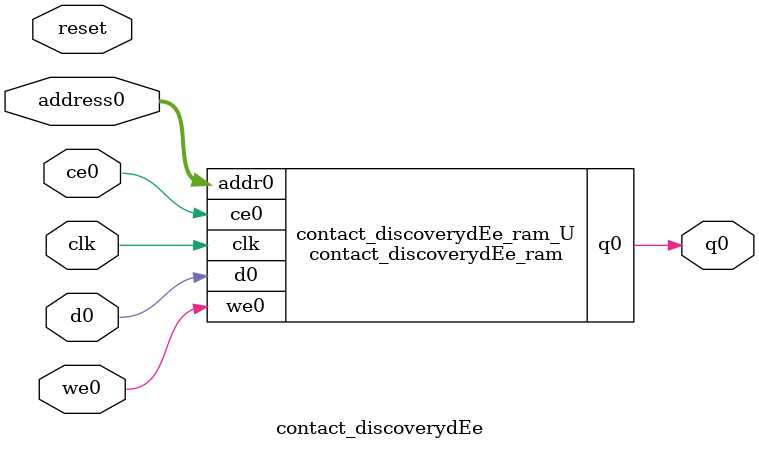
<source format=v>

`timescale 1 ns / 1 ps
module contact_discoverydEe_ram (addr0, ce0, d0, we0, q0,  clk);

parameter DWIDTH = 1;
parameter AWIDTH = 9;
parameter MEM_SIZE = 300;

input[AWIDTH-1:0] addr0;
input ce0;
input[DWIDTH-1:0] d0;
input we0;
output reg[DWIDTH-1:0] q0;
input clk;

(* ram_style = "distributed" *)reg [DWIDTH-1:0] ram[0:MEM_SIZE-1];




always @(posedge clk)  
begin 
    if (ce0) 
    begin
        if (we0) 
        begin 
            ram[addr0] <= d0; 
            q0 <= d0;
        end 
        else 
            q0 <= ram[addr0];
    end
end


endmodule


`timescale 1 ns / 1 ps
module contact_discoverydEe(
    reset,
    clk,
    address0,
    ce0,
    we0,
    d0,
    q0);

parameter DataWidth = 32'd1;
parameter AddressRange = 32'd300;
parameter AddressWidth = 32'd9;
input reset;
input clk;
input[AddressWidth - 1:0] address0;
input ce0;
input we0;
input[DataWidth - 1:0] d0;
output[DataWidth - 1:0] q0;



contact_discoverydEe_ram contact_discoverydEe_ram_U(
    .clk( clk ),
    .addr0( address0 ),
    .ce0( ce0 ),
    .d0( d0 ),
    .we0( we0 ),
    .q0( q0 ));

endmodule


</source>
